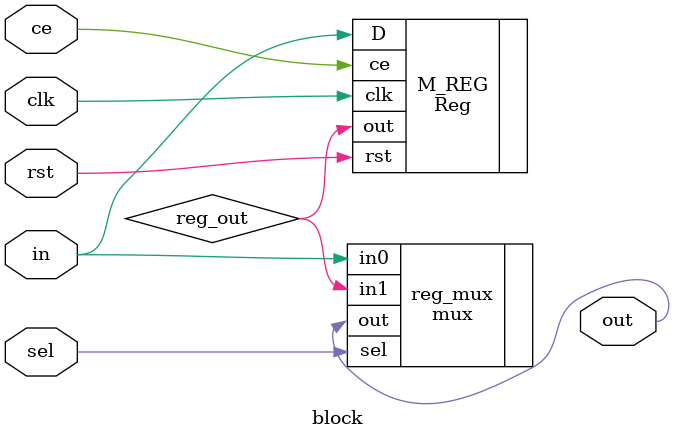
<source format=v>
module block (
    in,out,clk,rst,ce,sel
);
input clk,rst,ce,sel;
parameter Width = 1;
parameter RSTTYPE = "SYNC";
input [Width-1:0] in;
output [Width-1:0] out;
wire [Width-1:0] reg_out;
Reg #(.Width(Width),.RSTTYPE(RSTTYPE)) M_REG(.clk(clk),.D(in),.rst(rst),.out(reg_out),.ce(ce));
mux #(.Width(Width)) reg_mux(.in0(in),.in1(reg_out),.sel(sel),.out(out));

endmodule //block
</source>
